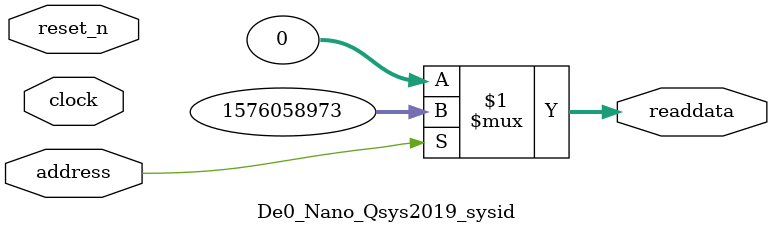
<source format=v>

`timescale 1ns / 1ps
// synthesis translate_on

// turn off superfluous verilog processor warnings 
// altera message_level Level1 
// altera message_off 10034 10035 10036 10037 10230 10240 10030 

module De0_Nano_Qsys2019_sysid (
               // inputs:
                address,
                clock,
                reset_n,

               // outputs:
                readdata
             )
;

  output  [ 31: 0] readdata;
  input            address;
  input            clock;
  input            reset_n;

  wire    [ 31: 0] readdata;
  //control_slave, which is an e_avalon_slave
  assign readdata = address ? 1576058973 : 0;

endmodule




</source>
